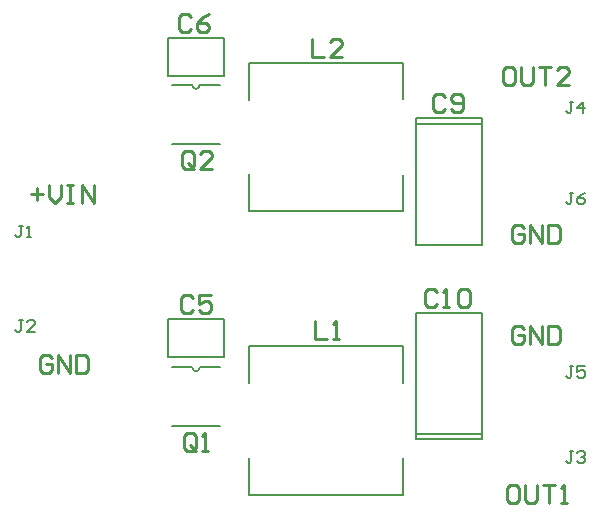
<source format=gto>
G04 Layer_Color=65535*
%FSLAX44Y44*%
%MOMM*%
G71*
G01*
G75*
%ADD23C,0.1500*%
%ADD31C,0.2000*%
%ADD33C,0.2540*%
D23*
X15664Y294997D02*
X12332D01*
X13998D01*
Y286666D01*
X12332Y285000D01*
X10666D01*
X9000Y286666D01*
X18997Y285000D02*
X22329D01*
X20663D01*
Y294997D01*
X18997Y293331D01*
X15664Y214997D02*
X12332D01*
X13998D01*
Y206666D01*
X12332Y205000D01*
X10666D01*
X9000Y206666D01*
X25661Y205000D02*
X18997D01*
X25661Y211665D01*
Y213331D01*
X23995Y214997D01*
X20663D01*
X18997Y213331D01*
X481665Y103997D02*
X478332D01*
X479998D01*
Y95666D01*
X478332Y94000D01*
X476666D01*
X475000Y95666D01*
X484997Y102331D02*
X486663Y103997D01*
X489995D01*
X491661Y102331D01*
Y100665D01*
X489995Y98998D01*
X488329D01*
X489995D01*
X491661Y97332D01*
Y95666D01*
X489995Y94000D01*
X486663D01*
X484997Y95666D01*
X481665Y399997D02*
X478332D01*
X479998D01*
Y391666D01*
X478332Y390000D01*
X476666D01*
X475000Y391666D01*
X489995Y390000D02*
Y399997D01*
X484997Y394998D01*
X491661D01*
X481665Y175997D02*
X478332D01*
X479998D01*
Y167666D01*
X478332Y166000D01*
X476666D01*
X475000Y167666D01*
X491661Y175997D02*
X484997D01*
Y170998D01*
X488329Y172665D01*
X489995D01*
X491661Y170998D01*
Y167666D01*
X489995Y166000D01*
X486663D01*
X484997Y167666D01*
X481665Y322997D02*
X478332D01*
X479998D01*
Y314666D01*
X478332Y313000D01*
X476666D01*
X475000Y314666D01*
X491661Y322997D02*
X488329Y321331D01*
X484997Y317998D01*
Y314666D01*
X486663Y313000D01*
X489995D01*
X491661Y314666D01*
Y316332D01*
X489995Y317998D01*
X484997D01*
D31*
X158825Y175000D02*
G03*
X165175Y175000I3175J0D01*
G01*
X158825Y414000D02*
G03*
X165175Y414000I3175J0D01*
G01*
X138000Y184000D02*
X186000D01*
Y216000D01*
X138000D02*
X186000D01*
X138000Y184000D02*
Y216000D01*
X142000Y125000D02*
X182000D01*
X165175Y175000D02*
X182000D01*
X142000D02*
X158825D01*
X207000Y193000D02*
X337000D01*
X207000Y67000D02*
X337000D01*
X207000Y162000D02*
Y193000D01*
Y67000D02*
Y98000D01*
X337000Y161500D02*
Y192500D01*
Y67500D02*
Y98500D01*
X348000Y279000D02*
Y381000D01*
Y279000D02*
X404000D01*
Y381000D01*
X348000D02*
X404000D01*
X348000Y386000D02*
X404000D01*
Y381000D02*
Y386000D01*
X348000Y380000D02*
Y386000D01*
X404000Y119000D02*
Y221000D01*
X348000D02*
X404000D01*
X348000Y119000D02*
Y221000D01*
Y119000D02*
X404000D01*
X348000Y114000D02*
X404000D01*
X348000D02*
Y119000D01*
X404000Y114000D02*
Y120000D01*
X138000Y454000D02*
X186000D01*
X138000Y422000D02*
Y454000D01*
Y422000D02*
X186000D01*
Y454000D01*
X207000Y307000D02*
X337000D01*
X207000Y433000D02*
X337000D01*
Y307000D02*
Y338000D01*
Y402000D02*
Y433000D01*
X207000Y307500D02*
Y338500D01*
Y401500D02*
Y432500D01*
X142000Y364000D02*
X182000D01*
X165175Y414000D02*
X182000D01*
X142000D02*
X158825D01*
D33*
X159157Y233696D02*
X156617Y236235D01*
X151539D01*
X149000Y233696D01*
Y223539D01*
X151539Y221000D01*
X156617D01*
X159157Y223539D01*
X174392Y236235D02*
X164235D01*
Y228617D01*
X169313Y231157D01*
X171853D01*
X174392Y228617D01*
Y223539D01*
X171853Y221000D01*
X166774D01*
X164235Y223539D01*
X158157Y471696D02*
X155618Y474235D01*
X150539D01*
X148000Y471696D01*
Y461539D01*
X150539Y459000D01*
X155618D01*
X158157Y461539D01*
X173392Y474235D02*
X168313Y471696D01*
X163235Y466618D01*
Y461539D01*
X165774Y459000D01*
X170853D01*
X173392Y461539D01*
Y464078D01*
X170853Y466618D01*
X163235D01*
X373157Y403696D02*
X370617Y406235D01*
X365539D01*
X363000Y403696D01*
Y393539D01*
X365539Y391000D01*
X370617D01*
X373157Y393539D01*
X378235D02*
X380774Y391000D01*
X385853D01*
X388392Y393539D01*
Y403696D01*
X385853Y406235D01*
X380774D01*
X378235Y403696D01*
Y401157D01*
X380774Y398618D01*
X388392D01*
X366157Y238696D02*
X363618Y241235D01*
X358539D01*
X356000Y238696D01*
Y228539D01*
X358539Y226000D01*
X363618D01*
X366157Y228539D01*
X371235Y226000D02*
X376313D01*
X373774D01*
Y241235D01*
X371235Y238696D01*
X383931D02*
X386470Y241235D01*
X391549D01*
X394088Y238696D01*
Y228539D01*
X391549Y226000D01*
X386470D01*
X383931Y228539D01*
Y238696D01*
X263000Y214235D02*
Y199000D01*
X273157D01*
X278235D02*
X283313D01*
X280774D01*
Y214235D01*
X278235Y211696D01*
X260000Y453235D02*
Y438000D01*
X270157D01*
X285392D02*
X275235D01*
X285392Y448157D01*
Y450696D01*
X282853Y453235D01*
X277774D01*
X275235Y450696D01*
X162157Y106539D02*
Y116696D01*
X159618Y119235D01*
X154539D01*
X152000Y116696D01*
Y106539D01*
X154539Y104000D01*
X159618D01*
X157078Y109078D02*
X162157Y104000D01*
X159618D02*
X162157Y106539D01*
X167235Y104000D02*
X172313D01*
X169774D01*
Y119235D01*
X167235Y116696D01*
X160157Y345539D02*
Y355696D01*
X157618Y358235D01*
X152539D01*
X150000Y355696D01*
Y345539D01*
X152539Y343000D01*
X157618D01*
X155078Y348078D02*
X160157Y343000D01*
X157618D02*
X160157Y345539D01*
X175392Y343000D02*
X165235D01*
X175392Y353157D01*
Y355696D01*
X172853Y358235D01*
X167774D01*
X165235Y355696D01*
X429618Y429235D02*
X424539D01*
X422000Y426696D01*
Y416539D01*
X424539Y414000D01*
X429618D01*
X432157Y416539D01*
Y426696D01*
X429618Y429235D01*
X437235D02*
Y416539D01*
X439774Y414000D01*
X444853D01*
X447392Y416539D01*
Y429235D01*
X452470D02*
X462627D01*
X457548D01*
Y414000D01*
X477862D02*
X467705D01*
X477862Y424157D01*
Y426696D01*
X475323Y429235D01*
X470244D01*
X467705Y426696D01*
X432617Y75235D02*
X427539D01*
X425000Y72696D01*
Y62539D01*
X427539Y60000D01*
X432617D01*
X435157Y62539D01*
Y72696D01*
X432617Y75235D01*
X440235D02*
Y62539D01*
X442774Y60000D01*
X447853D01*
X450392Y62539D01*
Y75235D01*
X455470D02*
X465627D01*
X460549D01*
Y60000D01*
X470705D02*
X475784D01*
X473244D01*
Y75235D01*
X470705Y72696D01*
X440157Y207696D02*
X437617Y210235D01*
X432539D01*
X430000Y207696D01*
Y197539D01*
X432539Y195000D01*
X437617D01*
X440157Y197539D01*
Y202617D01*
X435078D01*
X445235Y195000D02*
Y210235D01*
X455392Y195000D01*
Y210235D01*
X460470D02*
Y195000D01*
X468088D01*
X470627Y197539D01*
Y207696D01*
X468088Y210235D01*
X460470D01*
X440157Y292696D02*
X437617Y295235D01*
X432539D01*
X430000Y292696D01*
Y282539D01*
X432539Y280000D01*
X437617D01*
X440157Y282539D01*
Y287617D01*
X435078D01*
X445235Y280000D02*
Y295235D01*
X455392Y280000D01*
Y295235D01*
X460470D02*
Y280000D01*
X468088D01*
X470627Y282539D01*
Y292696D01*
X468088Y295235D01*
X460470D01*
X40157Y182696D02*
X37617Y185235D01*
X32539D01*
X30000Y182696D01*
Y172539D01*
X32539Y170000D01*
X37617D01*
X40157Y172539D01*
Y177617D01*
X35078D01*
X45235Y170000D02*
Y185235D01*
X55392Y170000D01*
Y185235D01*
X60470D02*
Y170000D01*
X68088D01*
X70627Y172539D01*
Y182696D01*
X68088Y185235D01*
X60470D01*
X22000Y321618D02*
X32157D01*
X27078Y326696D02*
Y316539D01*
X37235Y329235D02*
Y319078D01*
X42313Y314000D01*
X47392Y319078D01*
Y329235D01*
X52470D02*
X57548D01*
X55009D01*
Y314000D01*
X52470D01*
X57548D01*
X65166D02*
Y329235D01*
X75323Y314000D01*
Y329235D01*
M02*

</source>
